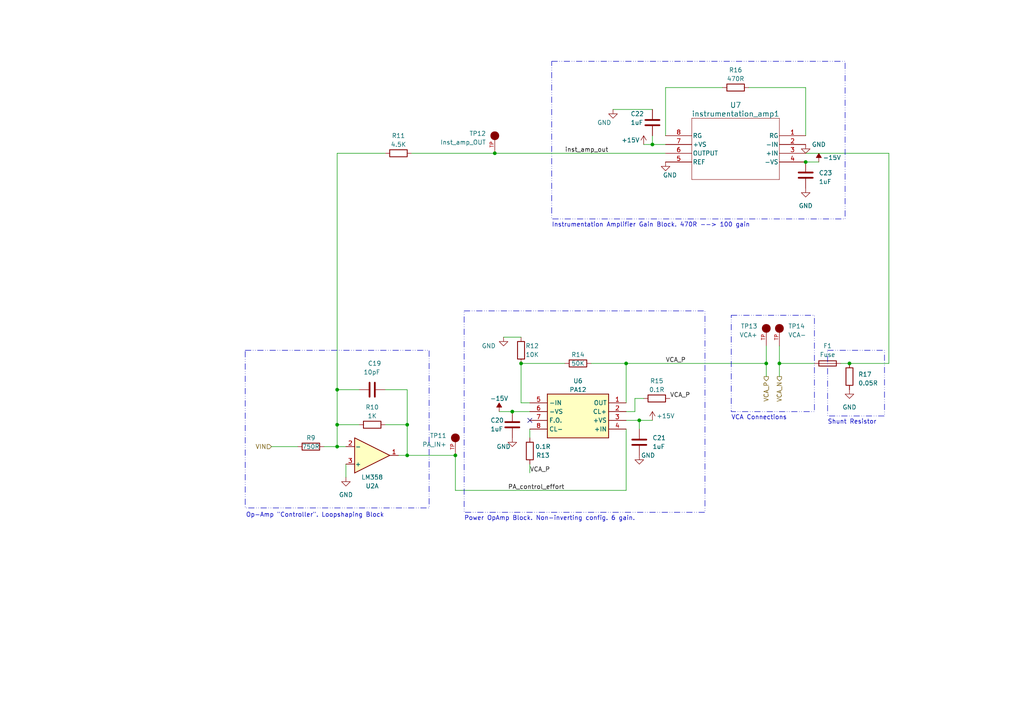
<source format=kicad_sch>
(kicad_sch (version 20230121) (generator eeschema)

  (uuid 94154696-f680-4c5c-b9b6-e99ce41f73b9)

  (paper "A4")

  (lib_symbols
    (symbol "5117:5117" (pin_names (offset 1.016)) (in_bom yes) (on_board yes)
      (property "Reference" "TP" (at -2.5444 2.5415 0)
        (effects (font (size 1.27 1.27)) (justify left bottom))
      )
      (property "Value" "5117" (at -2.55 -5.0866 0)
        (effects (font (size 1.27 1.27)) (justify left bottom))
      )
      (property "Footprint" "5117:KEYSTONE_5117" (at 0 0 0)
        (effects (font (size 1.27 1.27)) (justify bottom) hide)
      )
      (property "Datasheet" "" (at 0 0 0)
        (effects (font (size 1.27 1.27)) hide)
      )
      (property "PARTREV" "H" (at 0 0 0)
        (effects (font (size 1.27 1.27)) (justify bottom) hide)
      )
      (property "STANDARD" "Manufacturer Recommendations" (at 0 0 0)
        (effects (font (size 1.27 1.27)) (justify bottom) hide)
      )
      (property "SNAPEDA_PN" "5000" (at 0 0 0)
        (effects (font (size 1.27 1.27)) (justify bottom) hide)
      )
      (property "MAXIMUM_PACKAGE_HEIGHT" "4.57 mm" (at 0 0 0)
        (effects (font (size 1.27 1.27)) (justify bottom) hide)
      )
      (property "MANUFACTURER" "Keystone" (at 0 0 0)
        (effects (font (size 1.27 1.27)) (justify bottom) hide)
      )
      (symbol "5117_0_0"
        (circle (center 0 0) (radius 0.635)
          (stroke (width 1.27) (type default))
          (fill (type none))
        )
        (pin passive line (at -5.08 0 0) (length 5.08)
          (name "~" (effects (font (size 1.016 1.016))))
          (number "TP" (effects (font (size 1.016 1.016))))
        )
      )
    )
    (symbol "Amplifier_Operational:LM358" (pin_names (offset 0.127)) (in_bom yes) (on_board yes)
      (property "Reference" "U" (at 0 5.08 0)
        (effects (font (size 1.27 1.27)) (justify left))
      )
      (property "Value" "LM358" (at 0 -5.08 0)
        (effects (font (size 1.27 1.27)) (justify left))
      )
      (property "Footprint" "" (at 0 0 0)
        (effects (font (size 1.27 1.27)) hide)
      )
      (property "Datasheet" "http://www.ti.com/lit/ds/symlink/lm2904-n.pdf" (at 0 0 0)
        (effects (font (size 1.27 1.27)) hide)
      )
      (property "ki_locked" "" (at 0 0 0)
        (effects (font (size 1.27 1.27)))
      )
      (property "ki_keywords" "dual opamp" (at 0 0 0)
        (effects (font (size 1.27 1.27)) hide)
      )
      (property "ki_description" "Low-Power, Dual Operational Amplifiers, DIP-8/SOIC-8/TO-99-8" (at 0 0 0)
        (effects (font (size 1.27 1.27)) hide)
      )
      (property "ki_fp_filters" "SOIC*3.9x4.9mm*P1.27mm* DIP*W7.62mm* TO*99* OnSemi*Micro8* TSSOP*3x3mm*P0.65mm* TSSOP*4.4x3mm*P0.65mm* MSOP*3x3mm*P0.65mm* SSOP*3.9x4.9mm*P0.635mm* LFCSP*2x2mm*P0.5mm* *SIP* SOIC*5.3x6.2mm*P1.27mm*" (at 0 0 0)
        (effects (font (size 1.27 1.27)) hide)
      )
      (symbol "LM358_1_1"
        (polyline
          (pts
            (xy -5.08 5.08)
            (xy 5.08 0)
            (xy -5.08 -5.08)
            (xy -5.08 5.08)
          )
          (stroke (width 0.254) (type default))
          (fill (type background))
        )
        (pin output line (at 7.62 0 180) (length 2.54)
          (name "~" (effects (font (size 1.27 1.27))))
          (number "1" (effects (font (size 1.27 1.27))))
        )
        (pin input line (at -7.62 -2.54 0) (length 2.54)
          (name "-" (effects (font (size 1.27 1.27))))
          (number "2" (effects (font (size 1.27 1.27))))
        )
        (pin input line (at -7.62 2.54 0) (length 2.54)
          (name "+" (effects (font (size 1.27 1.27))))
          (number "3" (effects (font (size 1.27 1.27))))
        )
      )
      (symbol "LM358_2_1"
        (polyline
          (pts
            (xy -5.08 5.08)
            (xy 5.08 0)
            (xy -5.08 -5.08)
            (xy -5.08 5.08)
          )
          (stroke (width 0.254) (type default))
          (fill (type background))
        )
        (pin input line (at -7.62 2.54 0) (length 2.54)
          (name "+" (effects (font (size 1.27 1.27))))
          (number "5" (effects (font (size 1.27 1.27))))
        )
        (pin input line (at -7.62 -2.54 0) (length 2.54)
          (name "-" (effects (font (size 1.27 1.27))))
          (number "6" (effects (font (size 1.27 1.27))))
        )
        (pin output line (at 7.62 0 180) (length 2.54)
          (name "~" (effects (font (size 1.27 1.27))))
          (number "7" (effects (font (size 1.27 1.27))))
        )
      )
      (symbol "LM358_3_1"
        (pin power_in line (at -2.54 -7.62 90) (length 3.81)
          (name "V-" (effects (font (size 1.27 1.27))))
          (number "4" (effects (font (size 1.27 1.27))))
        )
        (pin power_in line (at -2.54 7.62 270) (length 3.81)
          (name "V+" (effects (font (size 1.27 1.27))))
          (number "8" (effects (font (size 1.27 1.27))))
        )
      )
    )
    (symbol "Device:C" (pin_numbers hide) (pin_names (offset 0.254)) (in_bom yes) (on_board yes)
      (property "Reference" "C" (at 0.635 2.54 0)
        (effects (font (size 1.27 1.27)) (justify left))
      )
      (property "Value" "C" (at 0.635 -2.54 0)
        (effects (font (size 1.27 1.27)) (justify left))
      )
      (property "Footprint" "" (at 0.9652 -3.81 0)
        (effects (font (size 1.27 1.27)) hide)
      )
      (property "Datasheet" "~" (at 0 0 0)
        (effects (font (size 1.27 1.27)) hide)
      )
      (property "ki_keywords" "cap capacitor" (at 0 0 0)
        (effects (font (size 1.27 1.27)) hide)
      )
      (property "ki_description" "Unpolarized capacitor" (at 0 0 0)
        (effects (font (size 1.27 1.27)) hide)
      )
      (property "ki_fp_filters" "C_*" (at 0 0 0)
        (effects (font (size 1.27 1.27)) hide)
      )
      (symbol "C_0_1"
        (polyline
          (pts
            (xy -2.032 -0.762)
            (xy 2.032 -0.762)
          )
          (stroke (width 0.508) (type default))
          (fill (type none))
        )
        (polyline
          (pts
            (xy -2.032 0.762)
            (xy 2.032 0.762)
          )
          (stroke (width 0.508) (type default))
          (fill (type none))
        )
      )
      (symbol "C_1_1"
        (pin passive line (at 0 3.81 270) (length 2.794)
          (name "~" (effects (font (size 1.27 1.27))))
          (number "1" (effects (font (size 1.27 1.27))))
        )
        (pin passive line (at 0 -3.81 90) (length 2.794)
          (name "~" (effects (font (size 1.27 1.27))))
          (number "2" (effects (font (size 1.27 1.27))))
        )
      )
    )
    (symbol "Device:Fuse" (pin_numbers hide) (pin_names (offset 0)) (in_bom yes) (on_board yes)
      (property "Reference" "F" (at 2.032 0 90)
        (effects (font (size 1.27 1.27)))
      )
      (property "Value" "Fuse" (at -1.905 0 90)
        (effects (font (size 1.27 1.27)))
      )
      (property "Footprint" "" (at -1.778 0 90)
        (effects (font (size 1.27 1.27)) hide)
      )
      (property "Datasheet" "~" (at 0 0 0)
        (effects (font (size 1.27 1.27)) hide)
      )
      (property "ki_keywords" "fuse" (at 0 0 0)
        (effects (font (size 1.27 1.27)) hide)
      )
      (property "ki_description" "Fuse" (at 0 0 0)
        (effects (font (size 1.27 1.27)) hide)
      )
      (property "ki_fp_filters" "*Fuse*" (at 0 0 0)
        (effects (font (size 1.27 1.27)) hide)
      )
      (symbol "Fuse_0_1"
        (rectangle (start -0.762 -2.54) (end 0.762 2.54)
          (stroke (width 0.254) (type default))
          (fill (type none))
        )
        (polyline
          (pts
            (xy 0 2.54)
            (xy 0 -2.54)
          )
          (stroke (width 0) (type default))
          (fill (type none))
        )
      )
      (symbol "Fuse_1_1"
        (pin passive line (at 0 3.81 270) (length 1.27)
          (name "~" (effects (font (size 1.27 1.27))))
          (number "1" (effects (font (size 1.27 1.27))))
        )
        (pin passive line (at 0 -3.81 90) (length 1.27)
          (name "~" (effects (font (size 1.27 1.27))))
          (number "2" (effects (font (size 1.27 1.27))))
        )
      )
    )
    (symbol "Device:R" (pin_numbers hide) (pin_names (offset 0)) (in_bom yes) (on_board yes)
      (property "Reference" "R" (at 2.032 0 90)
        (effects (font (size 1.27 1.27)))
      )
      (property "Value" "R" (at 0 0 90)
        (effects (font (size 1.27 1.27)))
      )
      (property "Footprint" "" (at -1.778 0 90)
        (effects (font (size 1.27 1.27)) hide)
      )
      (property "Datasheet" "~" (at 0 0 0)
        (effects (font (size 1.27 1.27)) hide)
      )
      (property "ki_keywords" "R res resistor" (at 0 0 0)
        (effects (font (size 1.27 1.27)) hide)
      )
      (property "ki_description" "Resistor" (at 0 0 0)
        (effects (font (size 1.27 1.27)) hide)
      )
      (property "ki_fp_filters" "R_*" (at 0 0 0)
        (effects (font (size 1.27 1.27)) hide)
      )
      (symbol "R_0_1"
        (rectangle (start -1.016 -2.54) (end 1.016 2.54)
          (stroke (width 0.254) (type default))
          (fill (type none))
        )
      )
      (symbol "R_1_1"
        (pin passive line (at 0 3.81 270) (length 1.27)
          (name "~" (effects (font (size 1.27 1.27))))
          (number "1" (effects (font (size 1.27 1.27))))
        )
        (pin passive line (at 0 -3.81 90) (length 1.27)
          (name "~" (effects (font (size 1.27 1.27))))
          (number "2" (effects (font (size 1.27 1.27))))
        )
      )
    )
    (symbol "LT1167CS8:LT1167CS8-PBF" (pin_names (offset 0.254)) (in_bom yes) (on_board yes)
      (property "Reference" "instrumentation_amp1" (at 20.32 8.89 0)
        (effects (font (size 1.524 1.524)))
      )
      (property "Value" "LT1167CS8-PBF" (at 20.32 6.35 0)
        (effects (font (size 1.524 1.524)))
      )
      (property "Footprint" "LT1167CS8:SO-8_S_LIT" (at 20.32 2.54 0)
        (effects (font (size 1.27 1.27) italic) hide)
      )
      (property "Datasheet" "https://www.analog.com/media/en/technical-documentation/data-sheets/1167fc.pdf" (at 6.35 17.78 0)
        (effects (font (size 1.27 1.27) italic) hide)
      )
      (property "ki_locked" "" (at 0 0 0)
        (effects (font (size 1.27 1.27)))
      )
      (property "ki_keywords" "LT1167CS8#PBF" (at 0 0 0)
        (effects (font (size 1.27 1.27)) hide)
      )
      (property "ki_fp_filters" "SO-8_S_LIT SO-8_S_LIT-M SO-8_S_LIT-L" (at 0 0 0)
        (effects (font (size 1.27 1.27)) hide)
      )
      (symbol "LT1167CS8-PBF_0_1"
        (polyline
          (pts
            (xy 7.62 -12.7)
            (xy 33.02 -12.7)
          )
          (stroke (width 0.127) (type default))
          (fill (type none))
        )
        (polyline
          (pts
            (xy 7.62 5.08)
            (xy 7.62 -12.7)
          )
          (stroke (width 0.127) (type default))
          (fill (type none))
        )
        (polyline
          (pts
            (xy 33.02 -12.7)
            (xy 33.02 5.08)
          )
          (stroke (width 0.127) (type default))
          (fill (type none))
        )
        (polyline
          (pts
            (xy 33.02 5.08)
            (xy 7.62 5.08)
          )
          (stroke (width 0.127) (type default))
          (fill (type none))
        )
        (pin input line (at 0 -2.54 0) (length 7.62)
          (name "-IN" (effects (font (size 1.27 1.27))))
          (number "2" (effects (font (size 1.27 1.27))))
        )
        (pin input line (at 0 -5.08 0) (length 7.62)
          (name "+IN" (effects (font (size 1.27 1.27))))
          (number "3" (effects (font (size 1.27 1.27))))
        )
        (pin power_in line (at 0 -7.62 0) (length 7.62)
          (name "-VS" (effects (font (size 1.27 1.27))))
          (number "4" (effects (font (size 1.27 1.27))))
        )
        (pin output line (at 40.64 -5.08 180) (length 7.62)
          (name "OUTPUT" (effects (font (size 1.27 1.27))))
          (number "6" (effects (font (size 1.27 1.27))))
        )
        (pin power_in line (at 40.64 -2.54 180) (length 7.62)
          (name "+VS" (effects (font (size 1.27 1.27))))
          (number "7" (effects (font (size 1.27 1.27))))
        )
      )
      (symbol "LT1167CS8-PBF_1_1"
        (pin passive line (at 0 0 0) (length 7.62)
          (name "RG" (effects (font (size 1.27 1.27))))
          (number "1" (effects (font (size 1.27 1.27))))
        )
        (pin input line (at 40.64 -7.62 180) (length 7.62)
          (name "REF" (effects (font (size 1.27 1.27))))
          (number "5" (effects (font (size 1.27 1.27))))
        )
        (pin passive line (at 40.64 0 180) (length 7.62)
          (name "RG" (effects (font (size 1.27 1.27))))
          (number "8" (effects (font (size 1.27 1.27))))
        )
      )
    )
    (symbol "PA12:PA12" (in_bom yes) (on_board yes)
      (property "Reference" "IC" (at 24.13 7.62 0)
        (effects (font (size 1.27 1.27)) (justify left top))
      )
      (property "Value" "PA12" (at 24.13 5.08 0)
        (effects (font (size 1.27 1.27)) (justify left top))
      )
      (property "Footprint" "PA08" (at 24.13 -94.92 0)
        (effects (font (size 1.27 1.27)) (justify left top) hide)
      )
      (property "Datasheet" "https://www.apexanalog.com/resources/products/pa12u.pdf" (at 24.13 -194.92 0)
        (effects (font (size 1.27 1.27)) (justify left top) hide)
      )
      (property "Height" "6.4" (at 24.13 -394.92 0)
        (effects (font (size 1.27 1.27)) (justify left top) hide)
      )
      (property "Mouser Part Number" "137-PA12" (at 24.13 -494.92 0)
        (effects (font (size 1.27 1.27)) (justify left top) hide)
      )
      (property "Mouser Price/Stock" "https://www.mouser.co.uk/ProductDetail/Apex-Microtechnology/PA12?qs=TiOZkKH1s2QUgFCJrL7LVw%3D%3D" (at 24.13 -594.92 0)
        (effects (font (size 1.27 1.27)) (justify left top) hide)
      )
      (property "Manufacturer_Name" "Apex Microtechnology" (at 24.13 -694.92 0)
        (effects (font (size 1.27 1.27)) (justify left top) hide)
      )
      (property "Manufacturer_Part_Number" "PA12" (at 24.13 -794.92 0)
        (effects (font (size 1.27 1.27)) (justify left top) hide)
      )
      (property "ki_description" "The PA12 is a 10A, 90V power operational amplifier with low thermal resistance (1.4C/W). Target applications include driving resistive, inductive and capacitive loads such as motors, magnetic deflection, transducers, and programmable power supplies.  For optimum linearity, especially at low levels, the output stage is biased for Class A/B operation by using a thermistor compensated base emitter voltage multiplier circuit. The safe operating area (SOA) can be observed for all operating conditions by selecti" (at 0 0 0)
        (effects (font (size 1.27 1.27)) hide)
      )
      (symbol "PA12_1_1"
        (rectangle (start 5.08 2.54) (end 22.86 -10.16)
          (stroke (width 0.254) (type default))
          (fill (type background))
        )
        (pin passive line (at 0 0 0) (length 5.08)
          (name "OUT" (effects (font (size 1.27 1.27))))
          (number "1" (effects (font (size 1.27 1.27))))
        )
        (pin passive line (at 0 -2.54 0) (length 5.08)
          (name "CL+" (effects (font (size 1.27 1.27))))
          (number "2" (effects (font (size 1.27 1.27))))
        )
        (pin passive line (at 0 -5.08 0) (length 5.08)
          (name "+VS" (effects (font (size 1.27 1.27))))
          (number "3" (effects (font (size 1.27 1.27))))
        )
        (pin passive line (at 0 -7.62 0) (length 5.08)
          (name "+IN" (effects (font (size 1.27 1.27))))
          (number "4" (effects (font (size 1.27 1.27))))
        )
        (pin passive line (at 27.94 0 180) (length 5.08)
          (name "-IN" (effects (font (size 1.27 1.27))))
          (number "5" (effects (font (size 1.27 1.27))))
        )
        (pin passive line (at 27.94 -2.54 180) (length 5.08)
          (name "-VS" (effects (font (size 1.27 1.27))))
          (number "6" (effects (font (size 1.27 1.27))))
        )
        (pin passive line (at 27.94 -5.08 180) (length 5.08)
          (name "F.O." (effects (font (size 1.27 1.27))))
          (number "7" (effects (font (size 1.27 1.27))))
        )
        (pin passive line (at 27.94 -7.62 180) (length 5.08)
          (name "CL-" (effects (font (size 1.27 1.27))))
          (number "8" (effects (font (size 1.27 1.27))))
        )
      )
    )
    (symbol "power:+15V" (power) (pin_names (offset 0)) (in_bom yes) (on_board yes)
      (property "Reference" "#PWR" (at 0 -3.81 0)
        (effects (font (size 1.27 1.27)) hide)
      )
      (property "Value" "+15V" (at 0 3.556 0)
        (effects (font (size 1.27 1.27)))
      )
      (property "Footprint" "" (at 0 0 0)
        (effects (font (size 1.27 1.27)) hide)
      )
      (property "Datasheet" "" (at 0 0 0)
        (effects (font (size 1.27 1.27)) hide)
      )
      (property "ki_keywords" "global power" (at 0 0 0)
        (effects (font (size 1.27 1.27)) hide)
      )
      (property "ki_description" "Power symbol creates a global label with name \"+15V\"" (at 0 0 0)
        (effects (font (size 1.27 1.27)) hide)
      )
      (symbol "+15V_0_1"
        (polyline
          (pts
            (xy -0.762 1.27)
            (xy 0 2.54)
          )
          (stroke (width 0) (type default))
          (fill (type none))
        )
        (polyline
          (pts
            (xy 0 0)
            (xy 0 2.54)
          )
          (stroke (width 0) (type default))
          (fill (type none))
        )
        (polyline
          (pts
            (xy 0 2.54)
            (xy 0.762 1.27)
          )
          (stroke (width 0) (type default))
          (fill (type none))
        )
      )
      (symbol "+15V_1_1"
        (pin power_in line (at 0 0 90) (length 0) hide
          (name "+15V" (effects (font (size 1.27 1.27))))
          (number "1" (effects (font (size 1.27 1.27))))
        )
      )
    )
    (symbol "power:-15V" (power) (pin_names (offset 0)) (in_bom yes) (on_board yes)
      (property "Reference" "#PWR" (at 0 2.54 0)
        (effects (font (size 1.27 1.27)) hide)
      )
      (property "Value" "-15V" (at 0 3.81 0)
        (effects (font (size 1.27 1.27)))
      )
      (property "Footprint" "" (at 0 0 0)
        (effects (font (size 1.27 1.27)) hide)
      )
      (property "Datasheet" "" (at 0 0 0)
        (effects (font (size 1.27 1.27)) hide)
      )
      (property "ki_keywords" "global power" (at 0 0 0)
        (effects (font (size 1.27 1.27)) hide)
      )
      (property "ki_description" "Power symbol creates a global label with name \"-15V\"" (at 0 0 0)
        (effects (font (size 1.27 1.27)) hide)
      )
      (symbol "-15V_0_0"
        (pin power_in line (at 0 0 90) (length 0) hide
          (name "-15V" (effects (font (size 1.27 1.27))))
          (number "1" (effects (font (size 1.27 1.27))))
        )
      )
      (symbol "-15V_0_1"
        (polyline
          (pts
            (xy 0 0)
            (xy 0 1.27)
            (xy 0.762 1.27)
            (xy 0 2.54)
            (xy -0.762 1.27)
            (xy 0 1.27)
          )
          (stroke (width 0) (type default))
          (fill (type outline))
        )
      )
    )
    (symbol "power:GND" (power) (pin_names (offset 0)) (in_bom yes) (on_board yes)
      (property "Reference" "#PWR" (at 0 -6.35 0)
        (effects (font (size 1.27 1.27)) hide)
      )
      (property "Value" "GND" (at 0 -3.81 0)
        (effects (font (size 1.27 1.27)))
      )
      (property "Footprint" "" (at 0 0 0)
        (effects (font (size 1.27 1.27)) hide)
      )
      (property "Datasheet" "" (at 0 0 0)
        (effects (font (size 1.27 1.27)) hide)
      )
      (property "ki_keywords" "global power" (at 0 0 0)
        (effects (font (size 1.27 1.27)) hide)
      )
      (property "ki_description" "Power symbol creates a global label with name \"GND\" , ground" (at 0 0 0)
        (effects (font (size 1.27 1.27)) hide)
      )
      (symbol "GND_0_1"
        (polyline
          (pts
            (xy 0 0)
            (xy 0 -1.27)
            (xy 1.27 -1.27)
            (xy 0 -2.54)
            (xy -1.27 -1.27)
            (xy 0 -1.27)
          )
          (stroke (width 0) (type default))
          (fill (type none))
        )
      )
      (symbol "GND_1_1"
        (pin power_in line (at 0 0 270) (length 0) hide
          (name "GND" (effects (font (size 1.27 1.27))))
          (number "1" (effects (font (size 1.27 1.27))))
        )
      )
    )
  )

  (junction (at 118.11 132.08) (diameter 0) (color 0 0 0 0)
    (uuid 007fb68a-4ee4-401e-9c95-a83fc6ca70db)
  )
  (junction (at 233.68 46.99) (diameter 0) (color 0 0 0 0)
    (uuid 18bcf551-ba74-4fda-b9d6-5e7508255b7d)
  )
  (junction (at 181.61 105.41) (diameter 0) (color 0 0 0 0)
    (uuid 57041b61-b0c4-44a5-a46e-6c7473c5734e)
  )
  (junction (at 148.59 119.38) (diameter 0) (color 0 0 0 0)
    (uuid 75484966-0c66-4449-849b-fabed6bbc5b7)
  )
  (junction (at 226.06 105.41) (diameter 0) (color 0 0 0 0)
    (uuid 756ae062-7080-4a10-8c59-9ed2fd56e97d)
  )
  (junction (at 189.23 41.91) (diameter 0) (color 0 0 0 0)
    (uuid 80aca24f-1008-4843-a4a0-6e6b10838e22)
  )
  (junction (at 97.79 113.03) (diameter 0) (color 0 0 0 0)
    (uuid 99ddbe37-f545-4d98-86c0-4b85b3c14881)
  )
  (junction (at 185.42 121.92) (diameter 0) (color 0 0 0 0)
    (uuid a74928ac-04f8-43d0-a02f-6cdfe7a94e66)
  )
  (junction (at 97.79 129.54) (diameter 0) (color 0 0 0 0)
    (uuid a876e51b-ee61-4f6b-b432-c7dfad84e204)
  )
  (junction (at 143.51 44.45) (diameter 0) (color 0 0 0 0)
    (uuid c0837a56-6ced-4dd6-9033-5818a8f418e9)
  )
  (junction (at 151.13 105.41) (diameter 0) (color 0 0 0 0)
    (uuid c1cc65e2-a447-4cf3-98d9-b07eb3088b51)
  )
  (junction (at 246.38 105.41) (diameter 0) (color 0 0 0 0)
    (uuid c6092666-eb4a-43e2-b2ad-87b2b73f06de)
  )
  (junction (at 132.08 132.08) (diameter 0) (color 0 0 0 0)
    (uuid d0e5c5d7-ecf9-407e-befa-fc0ab5e114bc)
  )
  (junction (at 222.25 105.41) (diameter 0) (color 0 0 0 0)
    (uuid f1e9818b-add3-4c90-b453-fcf1e827f254)
  )
  (junction (at 118.11 123.19) (diameter 0) (color 0 0 0 0)
    (uuid f50adc52-08bb-4fe6-89f1-7c0be6030829)
  )
  (junction (at 97.79 123.19) (diameter 0) (color 0 0 0 0)
    (uuid f85012c2-9f25-4d5e-9f3e-4aa40c52fb00)
  )

  (no_connect (at 153.67 121.92) (uuid d115de65-e27b-4b57-9204-007693c23a49))

  (wire (pts (xy 226.06 100.33) (xy 226.06 105.41))
    (stroke (width 0) (type default))
    (uuid 01f12186-afd5-4925-b8d9-95af64710759)
  )
  (wire (pts (xy 132.08 132.08) (xy 132.08 142.24))
    (stroke (width 0) (type default))
    (uuid 0338d424-f37c-478b-91de-f2b592b607c3)
  )
  (wire (pts (xy 246.38 105.41) (xy 257.81 105.41))
    (stroke (width 0) (type default))
    (uuid 0ad20da7-a51a-4614-bd9b-c2c69d7cd4f9)
  )
  (wire (pts (xy 97.79 113.03) (xy 97.79 123.19))
    (stroke (width 0) (type default))
    (uuid 0e6d530e-c66b-413c-b073-ef4ddd553d4c)
  )
  (wire (pts (xy 97.79 44.45) (xy 111.76 44.45))
    (stroke (width 0) (type default))
    (uuid 0e729558-5c25-42f4-b975-7e433293d1c3)
  )
  (wire (pts (xy 153.67 124.46) (xy 153.67 127))
    (stroke (width 0) (type default))
    (uuid 0edbf028-ec5a-4f1e-b03b-d6d731034aee)
  )
  (wire (pts (xy 144.78 119.38) (xy 148.59 119.38))
    (stroke (width 0) (type default))
    (uuid 1093457a-08a1-4a50-b106-877c8a15c4ed)
  )
  (wire (pts (xy 177.8 31.75) (xy 189.23 31.75))
    (stroke (width 0) (type default))
    (uuid 198b299a-2c3d-4700-b18f-3bf523c18616)
  )
  (wire (pts (xy 193.04 25.4) (xy 193.04 39.37))
    (stroke (width 0) (type default))
    (uuid 1cd4c840-ffc9-469a-bca4-3b8a9d7c60ad)
  )
  (wire (pts (xy 181.61 105.41) (xy 181.61 116.84))
    (stroke (width 0) (type default))
    (uuid 1f1267cd-6fa3-41a2-ad27-8ac875b3fadc)
  )
  (wire (pts (xy 118.11 132.08) (xy 115.57 132.08))
    (stroke (width 0) (type default))
    (uuid 255c1b76-d750-4656-bc85-d0432a475692)
  )
  (wire (pts (xy 222.25 100.33) (xy 222.25 105.41))
    (stroke (width 0) (type default))
    (uuid 279efbc6-54b3-4f72-b00b-923e8a0c717e)
  )
  (wire (pts (xy 118.11 132.08) (xy 132.08 132.08))
    (stroke (width 0) (type default))
    (uuid 2df52083-d65e-4242-8ca1-cb0d095adebc)
  )
  (wire (pts (xy 97.79 123.19) (xy 97.79 129.54))
    (stroke (width 0) (type default))
    (uuid 3103e52c-f754-42d3-92a9-0a2861a241f1)
  )
  (wire (pts (xy 132.08 142.24) (xy 181.61 142.24))
    (stroke (width 0) (type default))
    (uuid 32d59d8c-208d-4e97-ae1c-facebbd80a8f)
  )
  (wire (pts (xy 184.15 119.38) (xy 181.61 119.38))
    (stroke (width 0) (type default))
    (uuid 39c5cf06-31a1-4e27-bb82-60b08715e1d3)
  )
  (wire (pts (xy 189.23 41.91) (xy 189.23 39.37))
    (stroke (width 0) (type default))
    (uuid 50c0443a-3f05-4c13-aa59-5e5bd6d699fb)
  )
  (wire (pts (xy 171.45 105.41) (xy 181.61 105.41))
    (stroke (width 0) (type default))
    (uuid 50eb9fa2-a689-40f2-b819-a19b60b2a7e7)
  )
  (wire (pts (xy 97.79 44.45) (xy 97.79 113.03))
    (stroke (width 0) (type default))
    (uuid 55759207-43fe-4658-9d48-11789b2bd69d)
  )
  (wire (pts (xy 185.42 121.92) (xy 189.23 121.92))
    (stroke (width 0) (type default))
    (uuid 56474d36-561c-400e-8332-11e11b56ecef)
  )
  (wire (pts (xy 100.33 134.62) (xy 100.33 138.43))
    (stroke (width 0) (type default))
    (uuid 68ba4357-259a-4582-b7af-8803343c3e22)
  )
  (wire (pts (xy 193.04 41.91) (xy 189.23 41.91))
    (stroke (width 0) (type default))
    (uuid 69768021-948b-42e1-99b1-27b5f0eb252d)
  )
  (wire (pts (xy 243.84 105.41) (xy 246.38 105.41))
    (stroke (width 0) (type default))
    (uuid 6a9d190a-70f6-494e-aa59-fac7400d6c38)
  )
  (wire (pts (xy 146.05 97.79) (xy 151.13 97.79))
    (stroke (width 0) (type default))
    (uuid 6d743a51-f7d7-4dc4-bc88-55eaa893d85f)
  )
  (wire (pts (xy 209.55 25.4) (xy 193.04 25.4))
    (stroke (width 0) (type default))
    (uuid 7033466b-0cd4-41bb-95a7-b162cad03111)
  )
  (wire (pts (xy 186.69 41.91) (xy 189.23 41.91))
    (stroke (width 0) (type default))
    (uuid 713aa527-4482-43bc-af2e-516d58286b20)
  )
  (wire (pts (xy 78.74 129.54) (xy 86.36 129.54))
    (stroke (width 0) (type default))
    (uuid 79d18c3c-701b-412c-9b87-0a7248092d1c)
  )
  (wire (pts (xy 151.13 105.41) (xy 151.13 116.84))
    (stroke (width 0) (type default))
    (uuid 79e45663-7823-4302-bfea-d41ec13e9a9e)
  )
  (wire (pts (xy 93.98 129.54) (xy 97.79 129.54))
    (stroke (width 0) (type default))
    (uuid 7e16c0a0-7ea5-4d5a-a892-9c3076018cc2)
  )
  (wire (pts (xy 233.68 25.4) (xy 233.68 39.37))
    (stroke (width 0) (type default))
    (uuid 7f34d754-7f13-4c3b-8b27-52a6452ca1d4)
  )
  (wire (pts (xy 118.11 113.03) (xy 118.11 123.19))
    (stroke (width 0) (type default))
    (uuid 81192e18-ff63-4176-98e9-199f3edc557f)
  )
  (wire (pts (xy 181.61 105.41) (xy 222.25 105.41))
    (stroke (width 0) (type default))
    (uuid 8416de66-5ee9-46a8-afdf-bf92900f4a1d)
  )
  (wire (pts (xy 184.15 115.57) (xy 184.15 119.38))
    (stroke (width 0) (type default))
    (uuid 8c798470-c3b2-492b-8465-0a03aad7dc5b)
  )
  (wire (pts (xy 148.59 119.38) (xy 153.67 119.38))
    (stroke (width 0) (type default))
    (uuid 9b3b0075-5508-4039-b370-1131c5014304)
  )
  (wire (pts (xy 104.14 113.03) (xy 97.79 113.03))
    (stroke (width 0) (type default))
    (uuid 9c975c5b-5542-4c9a-9e84-af1579bba6fb)
  )
  (wire (pts (xy 97.79 129.54) (xy 100.33 129.54))
    (stroke (width 0) (type default))
    (uuid 9d05d81c-37cf-426c-b6f0-0d532bd80e2f)
  )
  (wire (pts (xy 151.13 105.41) (xy 163.83 105.41))
    (stroke (width 0) (type default))
    (uuid a4aded6c-231d-4afb-a779-0b1b45b81497)
  )
  (wire (pts (xy 143.51 44.45) (xy 193.04 44.45))
    (stroke (width 0) (type default))
    (uuid a655f47c-7cd4-4f19-aead-036f4c1afd41)
  )
  (wire (pts (xy 222.25 105.41) (xy 222.25 109.22))
    (stroke (width 0) (type default))
    (uuid b386b64c-708a-4f5a-8f43-e90ba38a3842)
  )
  (wire (pts (xy 184.15 115.57) (xy 186.69 115.57))
    (stroke (width 0) (type default))
    (uuid b962e756-c28e-4665-ae60-62aa619d7e7f)
  )
  (wire (pts (xy 118.11 123.19) (xy 118.11 132.08))
    (stroke (width 0) (type default))
    (uuid c3d165e2-a880-4b8f-8fe9-3d7097f050f0)
  )
  (wire (pts (xy 153.67 116.84) (xy 151.13 116.84))
    (stroke (width 0) (type default))
    (uuid c77577c8-ac88-4587-8992-ea6adf6be362)
  )
  (wire (pts (xy 226.06 105.41) (xy 236.22 105.41))
    (stroke (width 0) (type default))
    (uuid c8b1b944-2b89-4a4e-b278-b1eb517e9116)
  )
  (wire (pts (xy 119.38 44.45) (xy 143.51 44.45))
    (stroke (width 0) (type default))
    (uuid c994a2fc-5340-4588-a54f-830b657f1531)
  )
  (wire (pts (xy 153.67 137.16) (xy 153.67 134.62))
    (stroke (width 0) (type default))
    (uuid cd8a0bac-02dd-49b3-895b-a697f4792d78)
  )
  (wire (pts (xy 111.76 113.03) (xy 118.11 113.03))
    (stroke (width 0) (type default))
    (uuid d0d4add8-1bd8-47bc-b33b-d193115b5c6c)
  )
  (wire (pts (xy 111.76 123.19) (xy 118.11 123.19))
    (stroke (width 0) (type default))
    (uuid d1267960-80ea-44e5-b1f0-5c135a533c30)
  )
  (wire (pts (xy 233.68 44.45) (xy 257.81 44.45))
    (stroke (width 0) (type default))
    (uuid d417ffe2-70a4-4b77-bd22-9e2b4780c60f)
  )
  (wire (pts (xy 185.42 121.92) (xy 185.42 124.46))
    (stroke (width 0) (type default))
    (uuid d680e12e-a9d9-4ad4-80d5-b598d3dd8f26)
  )
  (wire (pts (xy 233.68 46.99) (xy 237.49 46.99))
    (stroke (width 0) (type default))
    (uuid dd67619a-796f-4beb-aac9-eb2eed539626)
  )
  (wire (pts (xy 226.06 105.41) (xy 226.06 109.22))
    (stroke (width 0) (type default))
    (uuid e15b5eba-a225-4dd4-9f46-45192714dc29)
  )
  (wire (pts (xy 217.17 25.4) (xy 233.68 25.4))
    (stroke (width 0) (type default))
    (uuid e15e4db5-7494-479f-a416-db3d28692498)
  )
  (wire (pts (xy 257.81 44.45) (xy 257.81 105.41))
    (stroke (width 0) (type default))
    (uuid e62ef0d2-9d43-483c-8284-6335e7769af7)
  )
  (wire (pts (xy 181.61 121.92) (xy 185.42 121.92))
    (stroke (width 0) (type default))
    (uuid e9875123-267d-4a94-ba65-23f8e50ac38d)
  )
  (wire (pts (xy 97.79 123.19) (xy 104.14 123.19))
    (stroke (width 0) (type default))
    (uuid ea34d41f-2f7a-41ab-9a39-8c37c12421ee)
  )
  (wire (pts (xy 181.61 124.46) (xy 181.61 142.24))
    (stroke (width 0) (type default))
    (uuid f5d337d3-3e9d-483f-85fd-7738555e5633)
  )

  (rectangle (start 212.09 91.44) (end 236.22 119.38)
    (stroke (width 0) (type dash_dot_dot))
    (fill (type none))
    (uuid 7675657b-f08a-4fcd-b1b8-1c64f684a758)
  )
  (rectangle (start 134.62 90.17) (end 204.47 148.59)
    (stroke (width 0) (type dash_dot_dot))
    (fill (type none))
    (uuid 779e7abd-65bc-459b-b47f-37a2a05ce0f3)
  )
  (rectangle (start 240.03 101.6) (end 256.54 120.65)
    (stroke (width 0) (type dash_dot_dot))
    (fill (type none))
    (uuid 920a4357-35f1-407e-9a7e-957b71c6ea5f)
  )
  (rectangle (start 160.02 17.78) (end 245.11 63.5)
    (stroke (width 0) (type dash_dot_dot))
    (fill (type none))
    (uuid b2e1e8a6-074b-4361-a794-b106234ee063)
  )
  (rectangle (start 71.12 101.6) (end 124.46 147.32)
    (stroke (width 0) (type dash_dot_dot))
    (fill (type none))
    (uuid bced41eb-d73a-4b95-a25d-fdb22eb794ef)
  )

  (text "Power OpAmp Block. Non-inverting config. 6 gain." (at 134.62 151.13 0)
    (effects (font (size 1.27 1.27)) (justify left bottom))
    (uuid 340965e6-1a73-48ba-9da2-cbea2a28521e)
  )
  (text "Op-Amp \"Controller\". Loopshaping Block" (at 71.3109 150.1979 0)
    (effects (font (size 1.27 1.27)) (justify left bottom))
    (uuid 422b342e-0035-436f-ba80-b949e2426a55)
  )
  (text "VCA Connections" (at 212.09 121.92 0)
    (effects (font (size 1.27 1.27)) (justify left bottom))
    (uuid 43029e17-022b-4a5d-b4f6-a26e70cf919e)
  )
  (text "Shunt Resistor" (at 240.03 123.19 0)
    (effects (font (size 1.27 1.27)) (justify left bottom))
    (uuid 559ca02b-a0fa-405f-972d-4e60d7b3a5a7)
  )
  (text "Instrumentation Amplifier Gain Block. 470R --> 100 gain"
    (at 160.02 66.04 0)
    (effects (font (size 1.27 1.27)) (justify left bottom))
    (uuid b331e39b-e6a0-41a8-91bc-1e9a467519f4)
  )

  (label "VCA_P" (at 194.31 115.57 0) (fields_autoplaced)
    (effects (font (size 1.27 1.27)) (justify left bottom))
    (uuid 08a215ae-34eb-4914-ba2e-42f0882da358)
  )
  (label "PA_control_effort" (at 147.32 142.24 0) (fields_autoplaced)
    (effects (font (size 1.27 1.27)) (justify left bottom))
    (uuid 0f7b2c34-134f-4444-a627-14534769385f)
  )
  (label "VCA_P" (at 153.67 137.16 0) (fields_autoplaced)
    (effects (font (size 1.27 1.27)) (justify left bottom))
    (uuid 56dbbde5-404b-4345-b6b7-7dfdcaa0bb3e)
  )
  (label "inst_amp_out" (at 163.83 44.45 0) (fields_autoplaced)
    (effects (font (size 1.27 1.27)) (justify left bottom))
    (uuid 717d7361-bde6-4a28-918d-7e09f04262c6)
  )
  (label "VCA_P" (at 193.04 105.41 0) (fields_autoplaced)
    (effects (font (size 1.27 1.27)) (justify left bottom))
    (uuid e35b9f8b-919b-4334-b284-87dc908ed02e)
  )

  (hierarchical_label "VIN" (shape input) (at 78.74 129.54 180) (fields_autoplaced)
    (effects (font (size 1.27 1.27)) (justify right))
    (uuid 21bc822c-1341-43e2-8b40-16bb0f92b914)
  )
  (hierarchical_label "VCA_N" (shape output) (at 226.06 109.22 270) (fields_autoplaced)
    (effects (font (size 1.27 1.27)) (justify right))
    (uuid 9c3e77aa-ef1a-40be-86e6-1cd0f20fb763)
  )
  (hierarchical_label "VCA_P" (shape output) (at 222.25 109.22 270) (fields_autoplaced)
    (effects (font (size 1.27 1.27)) (justify right))
    (uuid c4384ed5-d681-442a-8e63-2a090b2e9874)
  )

  (symbol (lib_id "power:GND") (at 185.42 132.08 0) (unit 1)
    (in_bom yes) (on_board yes) (dnp no)
    (uuid 091985c5-1118-463f-add7-afc973f48477)
    (property "Reference" "#PWR056" (at 185.42 138.43 0)
      (effects (font (size 1.27 1.27)) hide)
    )
    (property "Value" "AGND" (at 187.96 132.08 0)
      (effects (font (size 1.27 1.27)))
    )
    (property "Footprint" "" (at 185.42 132.08 0)
      (effects (font (size 1.27 1.27)) hide)
    )
    (property "Datasheet" "" (at 185.42 132.08 0)
      (effects (font (size 1.27 1.27)) hide)
    )
    (pin "1" (uuid 541e4ecb-90ed-46ac-8839-f792a8451383))
    (instances
      (project "PCB_rev1"
        (path "/420b1871-e553-4672-be8f-bcca7ed43833/1b7be49f-c249-4163-80da-86b90e3587c4"
          (reference "#PWR056") (unit 1)
        )
      )
      (project "PCB_files"
        (path "/b7743f61-67eb-464d-a18d-e6f474f02623"
          (reference "#PWR015") (unit 1)
        )
      )
    )
  )

  (symbol (lib_id "5117:5117") (at 143.51 39.37 270) (mirror x) (unit 1)
    (in_bom yes) (on_board yes) (dnp no)
    (uuid 14b1a5c1-2b22-496e-aea6-5df7968c4615)
    (property "Reference" "TP12" (at 140.97 38.735 90)
      (effects (font (size 1.27 1.27)) (justify right))
    )
    (property "Value" "Inst_amp_OUT" (at 140.97 41.275 90)
      (effects (font (size 1.27 1.27)) (justify right))
    )
    (property "Footprint" "5117:KEYSTONE_5117" (at 143.51 39.37 0)
      (effects (font (size 1.27 1.27)) (justify bottom) hide)
    )
    (property "Datasheet" "" (at 143.51 39.37 0)
      (effects (font (size 1.27 1.27)) hide)
    )
    (property "PARTREV" "H" (at 143.51 39.37 0)
      (effects (font (size 1.27 1.27)) (justify bottom) hide)
    )
    (property "STANDARD" "Manufacturer Recommendations" (at 143.51 39.37 0)
      (effects (font (size 1.27 1.27)) (justify bottom) hide)
    )
    (property "SNAPEDA_PN" "5000" (at 143.51 39.37 0)
      (effects (font (size 1.27 1.27)) (justify bottom) hide)
    )
    (property "MAXIMUM_PACKAGE_HEIGHT" "4.57 mm" (at 143.51 39.37 0)
      (effects (font (size 1.27 1.27)) (justify bottom) hide)
    )
    (property "MANUFACTURER" "Keystone" (at 143.51 39.37 0)
      (effects (font (size 1.27 1.27)) (justify bottom) hide)
    )
    (pin "TP" (uuid 8828f794-8d8a-4d89-aeea-c358e1a3fae9))
    (instances
      (project "PCB_rev1"
        (path "/420b1871-e553-4672-be8f-bcca7ed43833/1b7be49f-c249-4163-80da-86b90e3587c4"
          (reference "TP12") (unit 1)
        )
      )
      (project "PCB_files"
        (path "/b7743f61-67eb-464d-a18d-e6f474f02623"
          (reference "TP3") (unit 1)
        )
      )
    )
  )

  (symbol (lib_id "Device:Fuse") (at 240.03 105.41 90) (unit 1)
    (in_bom yes) (on_board yes) (dnp no) (fields_autoplaced)
    (uuid 15aade96-9708-4888-a5de-6df7d549f1f8)
    (property "Reference" "F1" (at 240.03 100.33 90)
      (effects (font (size 1.27 1.27)))
    )
    (property "Value" "Fuse" (at 240.03 102.87 90)
      (effects (font (size 1.27 1.27)))
    )
    (property "Footprint" "Fuse:Fuse_1206_3216Metric_Pad1.42x1.75mm_HandSolder" (at 240.03 107.188 90)
      (effects (font (size 1.27 1.27)) hide)
    )
    (property "Datasheet" "~" (at 240.03 105.41 0)
      (effects (font (size 1.27 1.27)) hide)
    )
    (pin "1" (uuid 901126ec-4d80-4ee3-ad8e-0c6b59d1337e))
    (pin "2" (uuid 8eb59b8f-e3ae-4b88-a564-076383e1acca))
    (instances
      (project "PCB_rev1"
        (path "/420b1871-e553-4672-be8f-bcca7ed43833"
          (reference "F1") (unit 1)
        )
        (path "/420b1871-e553-4672-be8f-bcca7ed43833/1b7be49f-c249-4163-80da-86b90e3587c4"
          (reference "F3") (unit 1)
        )
      )
    )
  )

  (symbol (lib_id "Device:R") (at 190.5 115.57 270) (unit 1)
    (in_bom yes) (on_board yes) (dnp no) (fields_autoplaced)
    (uuid 28f5bcb6-726d-406e-9a37-5234dcc8f768)
    (property "Reference" "R15" (at 190.5 110.49 90)
      (effects (font (size 1.27 1.27)))
    )
    (property "Value" "0.1R" (at 190.5 113.03 90)
      (effects (font (size 1.27 1.27)))
    )
    (property "Footprint" "Resistor_SMD:R_0603_1608Metric_Pad0.98x0.95mm_HandSolder" (at 190.5 113.792 90)
      (effects (font (size 1.27 1.27)) hide)
    )
    (property "Datasheet" "~" (at 190.5 115.57 0)
      (effects (font (size 1.27 1.27)) hide)
    )
    (pin "1" (uuid d121db3b-e186-4aa1-a3af-4292e5130f43))
    (pin "2" (uuid 5033edfe-f10f-429a-bdea-c25358749b98))
    (instances
      (project "PCB_rev1"
        (path "/420b1871-e553-4672-be8f-bcca7ed43833/1b7be49f-c249-4163-80da-86b90e3587c4"
          (reference "R15") (unit 1)
        )
      )
      (project "PCB_files"
        (path "/b7743f61-67eb-464d-a18d-e6f474f02623"
          (reference "R9") (unit 1)
        )
      )
    )
  )

  (symbol (lib_id "power:+15V") (at 189.23 121.92 0) (unit 1)
    (in_bom yes) (on_board yes) (dnp no)
    (uuid 2e048a96-ed9a-4612-ac6e-4a38ed1a220d)
    (property "Reference" "#PWR058" (at 189.23 125.73 0)
      (effects (font (size 1.27 1.27)) hide)
    )
    (property "Value" "+15V" (at 193.04 120.65 0)
      (effects (font (size 1.27 1.27)))
    )
    (property "Footprint" "" (at 189.23 121.92 0)
      (effects (font (size 1.27 1.27)) hide)
    )
    (property "Datasheet" "" (at 189.23 121.92 0)
      (effects (font (size 1.27 1.27)) hide)
    )
    (pin "1" (uuid cadfbef9-d75b-4e30-a175-57170e63a959))
    (instances
      (project "PCB_rev1"
        (path "/420b1871-e553-4672-be8f-bcca7ed43833/1b7be49f-c249-4163-80da-86b90e3587c4"
          (reference "#PWR058") (unit 1)
        )
      )
    )
  )

  (symbol (lib_id "power:GND") (at 233.68 41.91 0) (unit 1)
    (in_bom yes) (on_board yes) (dnp no)
    (uuid 346a96b2-0834-459d-be74-9b31e466ce5e)
    (property "Reference" "#PWR060" (at 233.68 48.26 0)
      (effects (font (size 1.27 1.27)) hide)
    )
    (property "Value" "AGND" (at 237.49 41.91 0)
      (effects (font (size 1.27 1.27)))
    )
    (property "Footprint" "" (at 233.68 41.91 0)
      (effects (font (size 1.27 1.27)) hide)
    )
    (property "Datasheet" "" (at 233.68 41.91 0)
      (effects (font (size 1.27 1.27)) hide)
    )
    (pin "1" (uuid 4ac5ccae-8216-40e4-b4b3-0468e3307d61))
    (instances
      (project "PCB_rev1"
        (path "/420b1871-e553-4672-be8f-bcca7ed43833/1b7be49f-c249-4163-80da-86b90e3587c4"
          (reference "#PWR060") (unit 1)
        )
      )
      (project "PCB_files"
        (path "/b7743f61-67eb-464d-a18d-e6f474f02623"
          (reference "#PWR012") (unit 1)
        )
      )
    )
  )

  (symbol (lib_id "power:GND") (at 193.04 46.99 0) (unit 1)
    (in_bom yes) (on_board yes) (dnp no)
    (uuid 3ed0d2ab-adb0-4898-b393-7141d297ab49)
    (property "Reference" "#PWR059" (at 193.04 53.34 0)
      (effects (font (size 1.27 1.27)) hide)
    )
    (property "Value" "AGND" (at 194.31 50.8 0)
      (effects (font (size 1.27 1.27)))
    )
    (property "Footprint" "" (at 193.04 46.99 0)
      (effects (font (size 1.27 1.27)) hide)
    )
    (property "Datasheet" "" (at 193.04 46.99 0)
      (effects (font (size 1.27 1.27)) hide)
    )
    (pin "1" (uuid 0508cd0b-3dd1-4344-b035-f23436fcac21))
    (instances
      (project "PCB_rev1"
        (path "/420b1871-e553-4672-be8f-bcca7ed43833/1b7be49f-c249-4163-80da-86b90e3587c4"
          (reference "#PWR059") (unit 1)
        )
      )
      (project "PCB_files"
        (path "/b7743f61-67eb-464d-a18d-e6f474f02623"
          (reference "#PWR010") (unit 1)
        )
      )
    )
  )

  (symbol (lib_id "power:-15V") (at 237.49 46.99 0) (unit 1)
    (in_bom yes) (on_board yes) (dnp no)
    (uuid 3ff5179e-f7f7-4159-bccf-afc34b0f367a)
    (property "Reference" "#PWR062" (at 237.49 44.45 0)
      (effects (font (size 1.27 1.27)) hide)
    )
    (property "Value" "-15V" (at 241.3 45.72 0)
      (effects (font (size 1.27 1.27)))
    )
    (property "Footprint" "" (at 237.49 46.99 0)
      (effects (font (size 1.27 1.27)) hide)
    )
    (property "Datasheet" "" (at 237.49 46.99 0)
      (effects (font (size 1.27 1.27)) hide)
    )
    (pin "1" (uuid 8e83f2ba-1222-4d9e-a7a9-39ac3878ec64))
    (instances
      (project "PCB_rev1"
        (path "/420b1871-e553-4672-be8f-bcca7ed43833/1b7be49f-c249-4163-80da-86b90e3587c4"
          (reference "#PWR062") (unit 1)
        )
      )
    )
  )

  (symbol (lib_id "power:GND") (at 100.33 138.43 0) (unit 1)
    (in_bom yes) (on_board yes) (dnp no) (fields_autoplaced)
    (uuid 48dfd55c-1f70-42f4-bc9e-f123af4b6428)
    (property "Reference" "#PWR051" (at 100.33 144.78 0)
      (effects (font (size 1.27 1.27)) hide)
    )
    (property "Value" "AGND" (at 100.33 143.51 0)
      (effects (font (size 1.27 1.27)))
    )
    (property "Footprint" "" (at 100.33 138.43 0)
      (effects (font (size 1.27 1.27)) hide)
    )
    (property "Datasheet" "" (at 100.33 138.43 0)
      (effects (font (size 1.27 1.27)) hide)
    )
    (pin "1" (uuid 8405ca10-b1ec-4db3-a106-753e483a7acb))
    (instances
      (project "PCB_rev1"
        (path "/420b1871-e553-4672-be8f-bcca7ed43833/1b7be49f-c249-4163-80da-86b90e3587c4"
          (reference "#PWR051") (unit 1)
        )
      )
      (project "PCB_files"
        (path "/b7743f61-67eb-464d-a18d-e6f474f02623"
          (reference "#PWR09") (unit 1)
        )
      )
    )
  )

  (symbol (lib_id "power:GND") (at 146.05 97.79 0) (mirror y) (unit 1)
    (in_bom yes) (on_board yes) (dnp no)
    (uuid 5fce7903-272b-4a2e-9317-0a8a17c8cb5d)
    (property "Reference" "#PWR053" (at 146.05 104.14 0)
      (effects (font (size 1.27 1.27)) hide)
    )
    (property "Value" "AGND" (at 139.7 100.33 0)
      (effects (font (size 1.27 1.27)) (justify right))
    )
    (property "Footprint" "" (at 146.05 97.79 0)
      (effects (font (size 1.27 1.27)) hide)
    )
    (property "Datasheet" "" (at 146.05 97.79 0)
      (effects (font (size 1.27 1.27)) hide)
    )
    (pin "1" (uuid d149e6f2-8bbc-428d-83d1-3479a7ff24b2))
    (instances
      (project "PCB_rev1"
        (path "/420b1871-e553-4672-be8f-bcca7ed43833/1b7be49f-c249-4163-80da-86b90e3587c4"
          (reference "#PWR053") (unit 1)
        )
      )
      (project "PCB_files"
        (path "/b7743f61-67eb-464d-a18d-e6f474f02623"
          (reference "#PWR011") (unit 1)
        )
      )
    )
  )

  (symbol (lib_id "5117:5117") (at 132.08 127 270) (mirror x) (unit 1)
    (in_bom yes) (on_board yes) (dnp no)
    (uuid 627a9f84-0b91-401d-a020-a00877f58b96)
    (property "Reference" "TP11" (at 129.54 126.365 90)
      (effects (font (size 1.27 1.27)) (justify right))
    )
    (property "Value" "PA_IN+" (at 129.54 128.905 90)
      (effects (font (size 1.27 1.27)) (justify right))
    )
    (property "Footprint" "5117:KEYSTONE_5117" (at 132.08 127 0)
      (effects (font (size 1.27 1.27)) (justify bottom) hide)
    )
    (property "Datasheet" "" (at 132.08 127 0)
      (effects (font (size 1.27 1.27)) hide)
    )
    (property "PARTREV" "H" (at 132.08 127 0)
      (effects (font (size 1.27 1.27)) (justify bottom) hide)
    )
    (property "STANDARD" "Manufacturer Recommendations" (at 132.08 127 0)
      (effects (font (size 1.27 1.27)) (justify bottom) hide)
    )
    (property "SNAPEDA_PN" "5000" (at 132.08 127 0)
      (effects (font (size 1.27 1.27)) (justify bottom) hide)
    )
    (property "MAXIMUM_PACKAGE_HEIGHT" "4.57 mm" (at 132.08 127 0)
      (effects (font (size 1.27 1.27)) (justify bottom) hide)
    )
    (property "MANUFACTURER" "Keystone" (at 132.08 127 0)
      (effects (font (size 1.27 1.27)) (justify bottom) hide)
    )
    (pin "TP" (uuid 8e5c0d9a-8733-402c-8d3b-b4c98bb553c2))
    (instances
      (project "PCB_rev1"
        (path "/420b1871-e553-4672-be8f-bcca7ed43833/1b7be49f-c249-4163-80da-86b90e3587c4"
          (reference "TP11") (unit 1)
        )
      )
      (project "PCB_files"
        (path "/b7743f61-67eb-464d-a18d-e6f474f02623"
          (reference "TP3") (unit 1)
        )
      )
    )
  )

  (symbol (lib_id "Amplifier_Operational:LM358") (at 107.95 132.08 0) (mirror x) (unit 1)
    (in_bom yes) (on_board yes) (dnp no)
    (uuid 63d30d0d-dbf6-4154-81ed-de35d16a6fb4)
    (property "Reference" "U2" (at 107.95 140.97 0)
      (effects (font (size 1.27 1.27)))
    )
    (property "Value" "LM358" (at 107.95 138.43 0)
      (effects (font (size 1.27 1.27)))
    )
    (property "Footprint" "LM358:D8" (at 107.95 132.08 0)
      (effects (font (size 1.27 1.27)) hide)
    )
    (property "Datasheet" "http://www.ti.com/lit/ds/symlink/lm2904-n.pdf" (at 107.95 132.08 0)
      (effects (font (size 1.27 1.27)) hide)
    )
    (pin "1" (uuid dbab402d-cc5e-44b5-8d20-315740562d1d))
    (pin "2" (uuid 223d6c62-9d38-435a-99c0-edf1d4f9462b))
    (pin "3" (uuid f8f74b81-506e-4311-9aaa-e7b12c521dff))
    (pin "5" (uuid 54f9f463-b0e1-4033-bfb0-4543f3a3f3d3))
    (pin "6" (uuid 1992b264-72ad-4707-885e-4f26d518aca4))
    (pin "7" (uuid e237c394-60fc-44a1-b0e5-4d48f99c3ef5))
    (pin "4" (uuid 9b9faf7d-ea1b-489b-b6a4-1b0a519a504b))
    (pin "8" (uuid 86b77713-94a5-4d24-b8d3-69c70e94ef36))
    (instances
      (project "PCB_rev1"
        (path "/420b1871-e553-4672-be8f-bcca7ed43833/1b7be49f-c249-4163-80da-86b90e3587c4"
          (reference "U2") (unit 1)
        )
      )
      (project "PCB_files"
        (path "/b7743f61-67eb-464d-a18d-e6f474f02623"
          (reference "U5") (unit 1)
        )
      )
    )
  )

  (symbol (lib_id "Device:R") (at 107.95 123.19 90) (unit 1)
    (in_bom yes) (on_board yes) (dnp no) (fields_autoplaced)
    (uuid 6bfd79f2-8d76-4d32-a480-bc4f75a2ff3e)
    (property "Reference" "R10" (at 107.95 118.11 90)
      (effects (font (size 1.27 1.27)))
    )
    (property "Value" "1K" (at 107.95 120.65 90)
      (effects (font (size 1.27 1.27)))
    )
    (property "Footprint" "Resistor_SMD:R_0603_1608Metric_Pad0.98x0.95mm_HandSolder" (at 107.95 124.968 90)
      (effects (font (size 1.27 1.27)) hide)
    )
    (property "Datasheet" "~" (at 107.95 123.19 0)
      (effects (font (size 1.27 1.27)) hide)
    )
    (pin "1" (uuid 85132a1b-6bef-49a5-a504-4a06fb0fa4f9))
    (pin "2" (uuid 2b8a57cc-39e1-404e-b39e-dda690668d73))
    (instances
      (project "PCB_rev1"
        (path "/420b1871-e553-4672-be8f-bcca7ed43833/1b7be49f-c249-4163-80da-86b90e3587c4"
          (reference "R10") (unit 1)
        )
      )
      (project "PCB_files"
        (path "/b7743f61-67eb-464d-a18d-e6f474f02623"
          (reference "R8") (unit 1)
        )
      )
    )
  )

  (symbol (lib_id "power:GND") (at 177.8 31.75 0) (unit 1)
    (in_bom yes) (on_board yes) (dnp no)
    (uuid 768d5fde-f99f-4ce7-9350-da2be195c263)
    (property "Reference" "#PWR055" (at 177.8 38.1 0)
      (effects (font (size 1.27 1.27)) hide)
    )
    (property "Value" "AGND" (at 175.26 35.56 0)
      (effects (font (size 1.27 1.27)))
    )
    (property "Footprint" "" (at 177.8 31.75 0)
      (effects (font (size 1.27 1.27)) hide)
    )
    (property "Datasheet" "" (at 177.8 31.75 0)
      (effects (font (size 1.27 1.27)) hide)
    )
    (pin "1" (uuid 49ad70fd-ab22-4d10-ae97-bdad69049b00))
    (instances
      (project "PCB_rev1"
        (path "/420b1871-e553-4672-be8f-bcca7ed43833/1b7be49f-c249-4163-80da-86b90e3587c4"
          (reference "#PWR055") (unit 1)
        )
      )
      (project "PCB_files"
        (path "/b7743f61-67eb-464d-a18d-e6f474f02623"
          (reference "#PWR010") (unit 1)
        )
      )
    )
  )

  (symbol (lib_id "power:-15V") (at 144.78 119.38 0) (unit 1)
    (in_bom yes) (on_board yes) (dnp no) (fields_autoplaced)
    (uuid 91d1f0c3-31b8-4f6e-9618-7e107fca0adc)
    (property "Reference" "#PWR052" (at 144.78 116.84 0)
      (effects (font (size 1.27 1.27)) hide)
    )
    (property "Value" "-15V" (at 144.78 115.57 0)
      (effects (font (size 1.27 1.27)))
    )
    (property "Footprint" "" (at 144.78 119.38 0)
      (effects (font (size 1.27 1.27)) hide)
    )
    (property "Datasheet" "" (at 144.78 119.38 0)
      (effects (font (size 1.27 1.27)) hide)
    )
    (pin "1" (uuid def36f18-03c1-46ac-a632-83b390f932d8))
    (instances
      (project "PCB_rev1"
        (path "/420b1871-e553-4672-be8f-bcca7ed43833/1b7be49f-c249-4163-80da-86b90e3587c4"
          (reference "#PWR052") (unit 1)
        )
      )
    )
  )

  (symbol (lib_id "Device:R") (at 151.13 101.6 0) (mirror x) (unit 1)
    (in_bom yes) (on_board yes) (dnp no)
    (uuid 94bfd0eb-7a42-4997-bd1e-1f9f0430422d)
    (property "Reference" "R12" (at 152.4 100.33 0)
      (effects (font (size 1.27 1.27)) (justify left))
    )
    (property "Value" "10K" (at 152.4 102.87 0)
      (effects (font (size 1.27 1.27)) (justify left))
    )
    (property "Footprint" "Resistor_SMD:R_0603_1608Metric_Pad0.98x0.95mm_HandSolder" (at 149.352 101.6 90)
      (effects (font (size 1.27 1.27)) hide)
    )
    (property "Datasheet" "~" (at 151.13 101.6 0)
      (effects (font (size 1.27 1.27)) hide)
    )
    (pin "1" (uuid c55dce06-23f3-40b4-9fee-ec693c0fb842))
    (pin "2" (uuid 873860ad-c204-43d6-a871-76d80feef1ff))
    (instances
      (project "PCB_rev1"
        (path "/420b1871-e553-4672-be8f-bcca7ed43833/1b7be49f-c249-4163-80da-86b90e3587c4"
          (reference "R12") (unit 1)
        )
      )
      (project "PCB_files"
        (path "/b7743f61-67eb-464d-a18d-e6f474f02623"
          (reference "R10") (unit 1)
        )
      )
    )
  )

  (symbol (lib_id "5117:5117") (at 226.06 95.25 90) (unit 1)
    (in_bom yes) (on_board yes) (dnp no) (fields_autoplaced)
    (uuid 9ee395c6-7149-4f6e-8b5b-41371d96cc1b)
    (property "Reference" "TP14" (at 228.6 94.615 90)
      (effects (font (size 1.27 1.27)) (justify right))
    )
    (property "Value" "VCA-" (at 228.6 97.155 90)
      (effects (font (size 1.27 1.27)) (justify right))
    )
    (property "Footprint" "5117:KEYSTONE_5117" (at 226.06 95.25 0)
      (effects (font (size 1.27 1.27)) (justify bottom) hide)
    )
    (property "Datasheet" "" (at 226.06 95.25 0)
      (effects (font (size 1.27 1.27)) hide)
    )
    (property "PARTREV" "H" (at 226.06 95.25 0)
      (effects (font (size 1.27 1.27)) (justify bottom) hide)
    )
    (property "STANDARD" "Manufacturer Recommendations" (at 226.06 95.25 0)
      (effects (font (size 1.27 1.27)) (justify bottom) hide)
    )
    (property "SNAPEDA_PN" "5000" (at 226.06 95.25 0)
      (effects (font (size 1.27 1.27)) (justify bottom) hide)
    )
    (property "MAXIMUM_PACKAGE_HEIGHT" "4.57 mm" (at 226.06 95.25 0)
      (effects (font (size 1.27 1.27)) (justify bottom) hide)
    )
    (property "MANUFACTURER" "Keystone" (at 226.06 95.25 0)
      (effects (font (size 1.27 1.27)) (justify bottom) hide)
    )
    (pin "TP" (uuid 65c74baf-b3f7-4221-9d94-435be806bda6))
    (instances
      (project "PCB_rev1"
        (path "/420b1871-e553-4672-be8f-bcca7ed43833/1b7be49f-c249-4163-80da-86b90e3587c4"
          (reference "TP14") (unit 1)
        )
      )
      (project "PCB_files"
        (path "/b7743f61-67eb-464d-a18d-e6f474f02623"
          (reference "TP2") (unit 1)
        )
      )
    )
  )

  (symbol (lib_id "power:GND") (at 148.59 127 0) (unit 1)
    (in_bom yes) (on_board yes) (dnp no)
    (uuid 9fa21afb-08fc-49c3-86c7-40a3fb29de0e)
    (property "Reference" "#PWR054" (at 148.59 133.35 0)
      (effects (font (size 1.27 1.27)) hide)
    )
    (property "Value" "AGND" (at 146.05 129.54 0)
      (effects (font (size 1.27 1.27)))
    )
    (property "Footprint" "" (at 148.59 127 0)
      (effects (font (size 1.27 1.27)) hide)
    )
    (property "Datasheet" "" (at 148.59 127 0)
      (effects (font (size 1.27 1.27)) hide)
    )
    (pin "1" (uuid b46b76db-cc9e-49e1-8f52-ba3957aa11d3))
    (instances
      (project "PCB_rev1"
        (path "/420b1871-e553-4672-be8f-bcca7ed43833/1b7be49f-c249-4163-80da-86b90e3587c4"
          (reference "#PWR054") (unit 1)
        )
      )
      (project "PCB_files"
        (path "/b7743f61-67eb-464d-a18d-e6f474f02623"
          (reference "#PWR016") (unit 1)
        )
      )
    )
  )

  (symbol (lib_id "power:+15V") (at 186.69 41.91 0) (unit 1)
    (in_bom yes) (on_board yes) (dnp no)
    (uuid a2136714-69a3-4f7b-9e3d-9193ce03dd44)
    (property "Reference" "#PWR057" (at 186.69 45.72 0)
      (effects (font (size 1.27 1.27)) hide)
    )
    (property "Value" "+15V" (at 182.88 40.64 0)
      (effects (font (size 1.27 1.27)))
    )
    (property "Footprint" "" (at 186.69 41.91 0)
      (effects (font (size 1.27 1.27)) hide)
    )
    (property "Datasheet" "" (at 186.69 41.91 0)
      (effects (font (size 1.27 1.27)) hide)
    )
    (pin "1" (uuid 68593c45-4d2e-493f-a1de-442e8f8cd849))
    (instances
      (project "PCB_rev1"
        (path "/420b1871-e553-4672-be8f-bcca7ed43833/1b7be49f-c249-4163-80da-86b90e3587c4"
          (reference "#PWR057") (unit 1)
        )
      )
    )
  )

  (symbol (lib_id "Device:C") (at 233.68 50.8 180) (unit 1)
    (in_bom yes) (on_board yes) (dnp no) (fields_autoplaced)
    (uuid a86fc719-92cd-4bed-b50f-f8f1e1223c76)
    (property "Reference" "C23" (at 237.49 50.165 0)
      (effects (font (size 1.27 1.27)) (justify right))
    )
    (property "Value" "1uF" (at 237.49 52.705 0)
      (effects (font (size 1.27 1.27)) (justify right))
    )
    (property "Footprint" "Capacitor_SMD:C_0603_1608Metric_Pad1.08x0.95mm_HandSolder" (at 232.7148 46.99 0)
      (effects (font (size 1.27 1.27)) hide)
    )
    (property "Datasheet" "~" (at 233.68 50.8 0)
      (effects (font (size 1.27 1.27)) hide)
    )
    (pin "1" (uuid 7fd0e3b1-2fd0-43ac-a08a-f0bff13fe006))
    (pin "2" (uuid 43205dcf-83b1-4671-864d-d9ff9a99c701))
    (instances
      (project "PCB_rev1"
        (path "/420b1871-e553-4672-be8f-bcca7ed43833/1b7be49f-c249-4163-80da-86b90e3587c4"
          (reference "C23") (unit 1)
        )
      )
      (project "PCB_files"
        (path "/b7743f61-67eb-464d-a18d-e6f474f02623"
          (reference "C10") (unit 1)
        )
      )
    )
  )

  (symbol (lib_id "Device:R") (at 213.36 25.4 90) (unit 1)
    (in_bom yes) (on_board yes) (dnp no) (fields_autoplaced)
    (uuid a98714f5-da94-4a5b-aa5c-7d0318752bea)
    (property "Reference" "R16" (at 213.36 20.32 90)
      (effects (font (size 1.27 1.27)))
    )
    (property "Value" "470R" (at 213.36 22.86 90)
      (effects (font (size 1.27 1.27)))
    )
    (property "Footprint" "Resistor_SMD:R_0603_1608Metric_Pad0.98x0.95mm_HandSolder" (at 213.36 27.178 90)
      (effects (font (size 1.27 1.27)) hide)
    )
    (property "Datasheet" "~" (at 213.36 25.4 0)
      (effects (font (size 1.27 1.27)) hide)
    )
    (pin "1" (uuid b94c324d-0bba-4b61-a091-4a7ade36887f))
    (pin "2" (uuid 71b75d65-06d8-4b7c-ab61-0f054e1cdcbd))
    (instances
      (project "PCB_rev1"
        (path "/420b1871-e553-4672-be8f-bcca7ed43833/1b7be49f-c249-4163-80da-86b90e3587c4"
          (reference "R16") (unit 1)
        )
      )
      (project "PCB_files"
        (path "/b7743f61-67eb-464d-a18d-e6f474f02623"
          (reference "R13") (unit 1)
        )
      )
    )
  )

  (symbol (lib_id "power:GND") (at 246.38 113.03 0) (unit 1)
    (in_bom yes) (on_board yes) (dnp no) (fields_autoplaced)
    (uuid c05680a3-8a07-47d9-b837-918a1e1ca368)
    (property "Reference" "#PWR063" (at 246.38 119.38 0)
      (effects (font (size 1.27 1.27)) hide)
    )
    (property "Value" "AGND" (at 246.38 118.11 0)
      (effects (font (size 1.27 1.27)))
    )
    (property "Footprint" "" (at 246.38 113.03 0)
      (effects (font (size 1.27 1.27)) hide)
    )
    (property "Datasheet" "" (at 246.38 113.03 0)
      (effects (font (size 1.27 1.27)) hide)
    )
    (pin "1" (uuid 642f372e-4e3b-413c-84b5-9e9cb9fe2a0a))
    (instances
      (project "PCB_rev1"
        (path "/420b1871-e553-4672-be8f-bcca7ed43833/1b7be49f-c249-4163-80da-86b90e3587c4"
          (reference "#PWR063") (unit 1)
        )
      )
      (project "PCB_files"
        (path "/b7743f61-67eb-464d-a18d-e6f474f02623"
          (reference "#PWR012") (unit 1)
        )
      )
    )
  )

  (symbol (lib_id "Device:C") (at 107.95 113.03 270) (unit 1)
    (in_bom yes) (on_board yes) (dnp no)
    (uuid c6d169a9-529d-4eae-bdd9-098a2d767669)
    (property "Reference" "C19" (at 106.68 105.41 90)
      (effects (font (size 1.27 1.27)) (justify left))
    )
    (property "Value" "10pF" (at 105.41 107.95 90)
      (effects (font (size 1.27 1.27)) (justify left))
    )
    (property "Footprint" "Capacitor_SMD:C_0603_1608Metric_Pad1.08x0.95mm_HandSolder" (at 104.14 113.9952 0)
      (effects (font (size 1.27 1.27)) hide)
    )
    (property "Datasheet" "~" (at 107.95 113.03 0)
      (effects (font (size 1.27 1.27)) hide)
    )
    (pin "1" (uuid 0c090bcc-d20c-45f8-8f34-4dac72035235))
    (pin "2" (uuid d0411fc7-f91c-499b-8f74-409530dc4a28))
    (instances
      (project "PCB_rev1"
        (path "/420b1871-e553-4672-be8f-bcca7ed43833/1b7be49f-c249-4163-80da-86b90e3587c4"
          (reference "C19") (unit 1)
        )
      )
      (project "PCB_files"
        (path "/b7743f61-67eb-464d-a18d-e6f474f02623"
          (reference "C8") (unit 1)
        )
      )
    )
  )

  (symbol (lib_id "Device:R") (at 246.38 109.22 180) (unit 1)
    (in_bom yes) (on_board yes) (dnp no) (fields_autoplaced)
    (uuid cece1c0e-ede5-43d1-9eed-3dabd387d78b)
    (property "Reference" "R17" (at 248.92 108.585 0)
      (effects (font (size 1.27 1.27)) (justify right))
    )
    (property "Value" "0.05R" (at 248.92 111.125 0)
      (effects (font (size 1.27 1.27)) (justify right))
    )
    (property "Footprint" "Resistor_SMD:R_1206_3216Metric_Pad1.30x1.75mm_HandSolder" (at 248.158 109.22 90)
      (effects (font (size 1.27 1.27)) hide)
    )
    (property "Datasheet" "~" (at 246.38 109.22 0)
      (effects (font (size 1.27 1.27)) hide)
    )
    (pin "1" (uuid 83894006-1800-4caa-a582-a0738b74adad))
    (pin "2" (uuid 428a91bc-71aa-4e96-b00d-50658ef05a46))
    (instances
      (project "PCB_rev1"
        (path "/420b1871-e553-4672-be8f-bcca7ed43833/1b7be49f-c249-4163-80da-86b90e3587c4"
          (reference "R17") (unit 1)
        )
      )
      (project "PCB_files"
        (path "/b7743f61-67eb-464d-a18d-e6f474f02623"
          (reference "R16") (unit 1)
        )
      )
    )
  )

  (symbol (lib_id "Device:R") (at 167.64 105.41 90) (mirror x) (unit 1)
    (in_bom yes) (on_board yes) (dnp no)
    (uuid cfa54626-a7f3-4161-af58-1d9b76e2433b)
    (property "Reference" "R14" (at 167.64 102.87 90)
      (effects (font (size 1.27 1.27)))
    )
    (property "Value" "50K" (at 167.64 105.41 90)
      (effects (font (size 1.27 1.27)))
    )
    (property "Footprint" "Resistor_SMD:R_0603_1608Metric_Pad0.98x0.95mm_HandSolder" (at 167.64 103.632 90)
      (effects (font (size 1.27 1.27)) hide)
    )
    (property "Datasheet" "~" (at 167.64 105.41 0)
      (effects (font (size 1.27 1.27)) hide)
    )
    (pin "1" (uuid a81b22ff-a9d4-45e1-8217-15fe3ab2453e))
    (pin "2" (uuid e4b26dd9-b146-482b-afc4-76ff813336c5))
    (instances
      (project "PCB_rev1"
        (path "/420b1871-e553-4672-be8f-bcca7ed43833/1b7be49f-c249-4163-80da-86b90e3587c4"
          (reference "R14") (unit 1)
        )
      )
      (project "PCB_files"
        (path "/b7743f61-67eb-464d-a18d-e6f474f02623"
          (reference "R14") (unit 1)
        )
      )
    )
  )

  (symbol (lib_id "Device:C") (at 148.59 123.19 180) (unit 1)
    (in_bom yes) (on_board yes) (dnp no)
    (uuid d8eb3440-2860-4caf-9e7b-9d317a463fba)
    (property "Reference" "C20" (at 142.24 121.92 0)
      (effects (font (size 1.27 1.27)) (justify right))
    )
    (property "Value" "1uF" (at 142.24 124.46 0)
      (effects (font (size 1.27 1.27)) (justify right))
    )
    (property "Footprint" "Capacitor_SMD:C_0603_1608Metric_Pad1.08x0.95mm_HandSolder" (at 147.6248 119.38 0)
      (effects (font (size 1.27 1.27)) hide)
    )
    (property "Datasheet" "~" (at 148.59 123.19 0)
      (effects (font (size 1.27 1.27)) hide)
    )
    (pin "1" (uuid ce9bbed3-f8a5-4b95-98ac-d02dbe849d12))
    (pin "2" (uuid 10d12370-215f-40ee-9b71-0074bea7f260))
    (instances
      (project "PCB_rev1"
        (path "/420b1871-e553-4672-be8f-bcca7ed43833/1b7be49f-c249-4163-80da-86b90e3587c4"
          (reference "C20") (unit 1)
        )
      )
      (project "PCB_files"
        (path "/b7743f61-67eb-464d-a18d-e6f474f02623"
          (reference "C12") (unit 1)
        )
      )
    )
  )

  (symbol (lib_id "Device:C") (at 189.23 35.56 180) (unit 1)
    (in_bom yes) (on_board yes) (dnp no)
    (uuid d986d872-7cac-4f47-aece-5b8f501e0e1f)
    (property "Reference" "C22" (at 182.88 33.02 0)
      (effects (font (size 1.27 1.27)) (justify right))
    )
    (property "Value" "1uF" (at 182.88 35.56 0)
      (effects (font (size 1.27 1.27)) (justify right))
    )
    (property "Footprint" "Capacitor_SMD:C_0603_1608Metric_Pad1.08x0.95mm_HandSolder" (at 188.2648 31.75 0)
      (effects (font (size 1.27 1.27)) hide)
    )
    (property "Datasheet" "~" (at 189.23 35.56 0)
      (effects (font (size 1.27 1.27)) hide)
    )
    (pin "1" (uuid 5cfbae3e-97fa-4b25-8184-67eb83cac80f))
    (pin "2" (uuid ffde0f8e-f72e-43e8-91e1-af13e7193b78))
    (instances
      (project "PCB_rev1"
        (path "/420b1871-e553-4672-be8f-bcca7ed43833/1b7be49f-c249-4163-80da-86b90e3587c4"
          (reference "C22") (unit 1)
        )
      )
      (project "PCB_files"
        (path "/b7743f61-67eb-464d-a18d-e6f474f02623"
          (reference "C9") (unit 1)
        )
      )
    )
  )

  (symbol (lib_id "LT1167CS8:LT1167CS8-PBF") (at 233.68 39.37 0) (mirror y) (unit 1)
    (in_bom yes) (on_board yes) (dnp no)
    (uuid db8fcc7d-514f-49c0-b831-73a8d1f20194)
    (property "Reference" "U7" (at 213.36 30.48 0)
      (effects (font (size 1.524 1.524)))
    )
    (property "Value" "instrumentation_amp1" (at 213.36 33.02 0)
      (effects (font (size 1.524 1.524)))
    )
    (property "Footprint" "LT1167CS8:SO-8_S_LIT" (at 213.36 36.83 0)
      (effects (font (size 1.27 1.27) italic) hide)
    )
    (property "Datasheet" "https://www.analog.com/media/en/technical-documentation/data-sheets/1167fc.pdf" (at 227.33 21.59 0)
      (effects (font (size 1.27 1.27) italic) hide)
    )
    (pin "2" (uuid d9fd2314-3020-4cba-b7f4-f62753ee3aea))
    (pin "3" (uuid 89238b0f-b1a3-47a1-8a3f-9dc1cacf4a17))
    (pin "4" (uuid f3128596-9ac6-440a-9152-dbaa18f73cbe))
    (pin "6" (uuid fb68d962-a70c-495d-adb4-cac9eee51221))
    (pin "7" (uuid f770a53f-5588-47d9-a1f1-2d28c2fcd5e5))
    (pin "1" (uuid b07883f5-4fd2-4dc0-b0c6-836b00801046))
    (pin "5" (uuid a370e449-7b9f-433d-af6b-4e862889f5aa))
    (pin "8" (uuid 6a3e8964-abe8-479c-ad07-76c98d9873e2))
    (instances
      (project "PCB_rev1"
        (path "/420b1871-e553-4672-be8f-bcca7ed43833/1b7be49f-c249-4163-80da-86b90e3587c4"
          (reference "U7") (unit 1)
        )
      )
      (project "PCB_files"
        (path "/b7743f61-67eb-464d-a18d-e6f474f02623"
          (reference "instrumentation_amp1") (unit 1)
        )
      )
    )
  )

  (symbol (lib_id "5117:5117") (at 222.25 95.25 270) (mirror x) (unit 1)
    (in_bom yes) (on_board yes) (dnp no)
    (uuid e779e4e5-f7cc-4725-a10b-276f5e4d9858)
    (property "Reference" "TP13" (at 219.71 94.615 90)
      (effects (font (size 1.27 1.27)) (justify right))
    )
    (property "Value" "VCA+" (at 219.71 97.155 90)
      (effects (font (size 1.27 1.27)) (justify right))
    )
    (property "Footprint" "5117:KEYSTONE_5117" (at 222.25 95.25 0)
      (effects (font (size 1.27 1.27)) (justify bottom) hide)
    )
    (property "Datasheet" "" (at 222.25 95.25 0)
      (effects (font (size 1.27 1.27)) hide)
    )
    (property "PARTREV" "H" (at 222.25 95.25 0)
      (effects (font (size 1.27 1.27)) (justify bottom) hide)
    )
    (property "STANDARD" "Manufacturer Recommendations" (at 222.25 95.25 0)
      (effects (font (size 1.27 1.27)) (justify bottom) hide)
    )
    (property "SNAPEDA_PN" "5000" (at 222.25 95.25 0)
      (effects (font (size 1.27 1.27)) (justify bottom) hide)
    )
    (property "MAXIMUM_PACKAGE_HEIGHT" "4.57 mm" (at 222.25 95.25 0)
      (effects (font (size 1.27 1.27)) (justify bottom) hide)
    )
    (property "MANUFACTURER" "Keystone" (at 222.25 95.25 0)
      (effects (font (size 1.27 1.27)) (justify bottom) hide)
    )
    (pin "TP" (uuid 4c89a708-f94f-44e0-bc8b-4b23b3562619))
    (instances
      (project "PCB_rev1"
        (path "/420b1871-e553-4672-be8f-bcca7ed43833/1b7be49f-c249-4163-80da-86b90e3587c4"
          (reference "TP13") (unit 1)
        )
      )
      (project "PCB_files"
        (path "/b7743f61-67eb-464d-a18d-e6f474f02623"
          (reference "TP3") (unit 1)
        )
      )
    )
  )

  (symbol (lib_id "Device:C") (at 185.42 128.27 180) (unit 1)
    (in_bom yes) (on_board yes) (dnp no)
    (uuid eb7fb526-271b-4814-b1e7-4babcbd968a0)
    (property "Reference" "C21" (at 189.23 127 0)
      (effects (font (size 1.27 1.27)) (justify right))
    )
    (property "Value" "1uF" (at 189.23 129.54 0)
      (effects (font (size 1.27 1.27)) (justify right))
    )
    (property "Footprint" "Capacitor_SMD:C_0603_1608Metric_Pad1.08x0.95mm_HandSolder" (at 184.4548 124.46 0)
      (effects (font (size 1.27 1.27)) hide)
    )
    (property "Datasheet" "~" (at 185.42 128.27 0)
      (effects (font (size 1.27 1.27)) hide)
    )
    (pin "1" (uuid a7335d25-5065-4603-b4b2-287d987fb01f))
    (pin "2" (uuid 77391ac3-c63b-4303-a65d-3c072d7c04d2))
    (instances
      (project "PCB_rev1"
        (path "/420b1871-e553-4672-be8f-bcca7ed43833/1b7be49f-c249-4163-80da-86b90e3587c4"
          (reference "C21") (unit 1)
        )
      )
      (project "PCB_files"
        (path "/b7743f61-67eb-464d-a18d-e6f474f02623"
          (reference "C11") (unit 1)
        )
      )
    )
  )

  (symbol (lib_id "Device:R") (at 90.17 129.54 90) (unit 1)
    (in_bom yes) (on_board yes) (dnp no)
    (uuid f15b13fe-854d-4ed2-a49b-aafaf5e8c9c0)
    (property "Reference" "R9" (at 90.17 127 90)
      (effects (font (size 1.27 1.27)))
    )
    (property "Value" "750R" (at 90.17 129.54 90)
      (effects (font (size 1.27 1.27)))
    )
    (property "Footprint" "Resistor_SMD:R_0603_1608Metric_Pad0.98x0.95mm_HandSolder" (at 90.17 131.318 90)
      (effects (font (size 1.27 1.27)) hide)
    )
    (property "Datasheet" "~" (at 90.17 129.54 0)
      (effects (font (size 1.27 1.27)) hide)
    )
    (pin "1" (uuid c15938b8-c425-46f6-99c1-eb1f4604736d))
    (pin "2" (uuid d9920364-1efe-4235-a7b5-06fc8e1692ed))
    (instances
      (project "PCB_rev1"
        (path "/420b1871-e553-4672-be8f-bcca7ed43833/1b7be49f-c249-4163-80da-86b90e3587c4"
          (reference "R9") (unit 1)
        )
      )
      (project "PCB_files"
        (path "/b7743f61-67eb-464d-a18d-e6f474f02623"
          (reference "R11") (unit 1)
        )
      )
    )
  )

  (symbol (lib_id "power:GND") (at 233.68 54.61 0) (unit 1)
    (in_bom yes) (on_board yes) (dnp no) (fields_autoplaced)
    (uuid f730eaa6-16b9-45f0-8914-975e3629d57e)
    (property "Reference" "#PWR061" (at 233.68 60.96 0)
      (effects (font (size 1.27 1.27)) hide)
    )
    (property "Value" "AGND" (at 233.68 59.69 0)
      (effects (font (size 1.27 1.27)))
    )
    (property "Footprint" "" (at 233.68 54.61 0)
      (effects (font (size 1.27 1.27)) hide)
    )
    (property "Datasheet" "" (at 233.68 54.61 0)
      (effects (font (size 1.27 1.27)) hide)
    )
    (pin "1" (uuid e77ed9e6-045c-4408-a680-707deec5e07c))
    (instances
      (project "PCB_rev1"
        (path "/420b1871-e553-4672-be8f-bcca7ed43833/1b7be49f-c249-4163-80da-86b90e3587c4"
          (reference "#PWR061") (unit 1)
        )
      )
      (project "PCB_files"
        (path "/b7743f61-67eb-464d-a18d-e6f474f02623"
          (reference "#PWR014") (unit 1)
        )
      )
    )
  )

  (symbol (lib_id "PA12:PA12") (at 181.61 116.84 0) (mirror y) (unit 1)
    (in_bom yes) (on_board yes) (dnp no)
    (uuid f91ce9d3-e00e-4c78-a415-ae7db30b51c9)
    (property "Reference" "U6" (at 167.64 110.49 0)
      (effects (font (size 1.27 1.27)))
    )
    (property "Value" "PA12" (at 167.64 113.03 0)
      (effects (font (size 1.27 1.27)))
    )
    (property "Footprint" "PA12:PA08" (at 157.48 211.76 0)
      (effects (font (size 1.27 1.27)) (justify left top) hide)
    )
    (property "Datasheet" "https://www.apexanalog.com/resources/products/pa12u.pdf" (at 157.48 311.76 0)
      (effects (font (size 1.27 1.27)) (justify left top) hide)
    )
    (property "Height" "6.4" (at 157.48 511.76 0)
      (effects (font (size 1.27 1.27)) (justify left top) hide)
    )
    (property "Mouser Part Number" "137-PA12" (at 157.48 611.76 0)
      (effects (font (size 1.27 1.27)) (justify left top) hide)
    )
    (property "Mouser Price/Stock" "https://www.mouser.co.uk/ProductDetail/Apex-Microtechnology/PA12?qs=TiOZkKH1s2QUgFCJrL7LVw%3D%3D" (at 157.48 711.76 0)
      (effects (font (size 1.27 1.27)) (justify left top) hide)
    )
    (property "Manufacturer_Name" "Apex Microtechnology" (at 157.48 811.76 0)
      (effects (font (size 1.27 1.27)) (justify left top) hide)
    )
    (property "Manufacturer_Part_Number" "PA12" (at 157.48 911.76 0)
      (effects (font (size 1.27 1.27)) (justify left top) hide)
    )
    (pin "1" (uuid ec964f13-0d87-4dd9-81c9-d6c4ddd0a724))
    (pin "2" (uuid 720bcb80-2aca-4fd4-bae0-98d21e5f639d))
    (pin "3" (uuid de8e5998-9a4a-49b6-b9a3-41409cacae01))
    (pin "4" (uuid 40e97441-655f-4ad9-98fb-187b3ba9f4af))
    (pin "5" (uuid bccd277d-f600-454d-bee1-eef3253fc14b))
    (pin "6" (uuid 7b3e3900-221c-4235-b38e-46a1f5fb5336))
    (pin "7" (uuid 6f38b2ac-1c3b-4bfc-a85f-20f16bcd4bb3))
    (pin "8" (uuid 5120b9cb-1a34-4a01-8f60-0911a4b98ed8))
    (instances
      (project "PCB_rev1"
        (path "/420b1871-e553-4672-be8f-bcca7ed43833/1b7be49f-c249-4163-80da-86b90e3587c4"
          (reference "U6") (unit 1)
        )
      )
      (project "PCB_files"
        (path "/b7743f61-67eb-464d-a18d-e6f474f02623"
          (reference "power_amp1") (unit 1)
        )
      )
    )
  )

  (symbol (lib_id "Device:R") (at 153.67 130.81 180) (unit 1)
    (in_bom yes) (on_board yes) (dnp no)
    (uuid fb82c97a-df7b-496c-92a0-e2ea62bd36b9)
    (property "Reference" "R13" (at 157.48 132.08 0)
      (effects (font (size 1.27 1.27)))
    )
    (property "Value" "0.1R" (at 157.48 129.54 0)
      (effects (font (size 1.27 1.27)))
    )
    (property "Footprint" "Resistor_SMD:R_0603_1608Metric_Pad0.98x0.95mm_HandSolder" (at 155.448 130.81 90)
      (effects (font (size 1.27 1.27)) hide)
    )
    (property "Datasheet" "~" (at 153.67 130.81 0)
      (effects (font (size 1.27 1.27)) hide)
    )
    (pin "1" (uuid 4545e4ff-6388-493d-bf8f-dad6d29241a4))
    (pin "2" (uuid 7b261e89-5d5f-40a2-8b0a-d4b9c226ab34))
    (instances
      (project "PCB_rev1"
        (path "/420b1871-e553-4672-be8f-bcca7ed43833/1b7be49f-c249-4163-80da-86b90e3587c4"
          (reference "R13") (unit 1)
        )
      )
      (project "PCB_files"
        (path "/b7743f61-67eb-464d-a18d-e6f474f02623"
          (reference "R15") (unit 1)
        )
      )
    )
  )

  (symbol (lib_id "Device:R") (at 115.57 44.45 90) (unit 1)
    (in_bom yes) (on_board yes) (dnp no) (fields_autoplaced)
    (uuid fd63561f-3335-45f5-bfc7-8b00d4c2d228)
    (property "Reference" "R11" (at 115.57 39.37 90)
      (effects (font (size 1.27 1.27)))
    )
    (property "Value" "4.5K" (at 115.57 41.91 90)
      (effects (font (size 1.27 1.27)))
    )
    (property "Footprint" "Resistor_SMD:R_0603_1608Metric_Pad0.98x0.95mm_HandSolder" (at 115.57 46.228 90)
      (effects (font (size 1.27 1.27)) hide)
    )
    (property "Datasheet" "~" (at 115.57 44.45 0)
      (effects (font (size 1.27 1.27)) hide)
    )
    (pin "1" (uuid 0abd6899-25db-4e39-8521-692492f74c38))
    (pin "2" (uuid 677fa256-acfb-4465-8a07-e79f7f3b60fd))
    (instances
      (project "PCB_rev1"
        (path "/420b1871-e553-4672-be8f-bcca7ed43833/1b7be49f-c249-4163-80da-86b90e3587c4"
          (reference "R11") (unit 1)
        )
      )
      (project "PCB_files"
        (path "/b7743f61-67eb-464d-a18d-e6f474f02623"
          (reference "R12") (unit 1)
        )
      )
    )
  )
)

</source>
